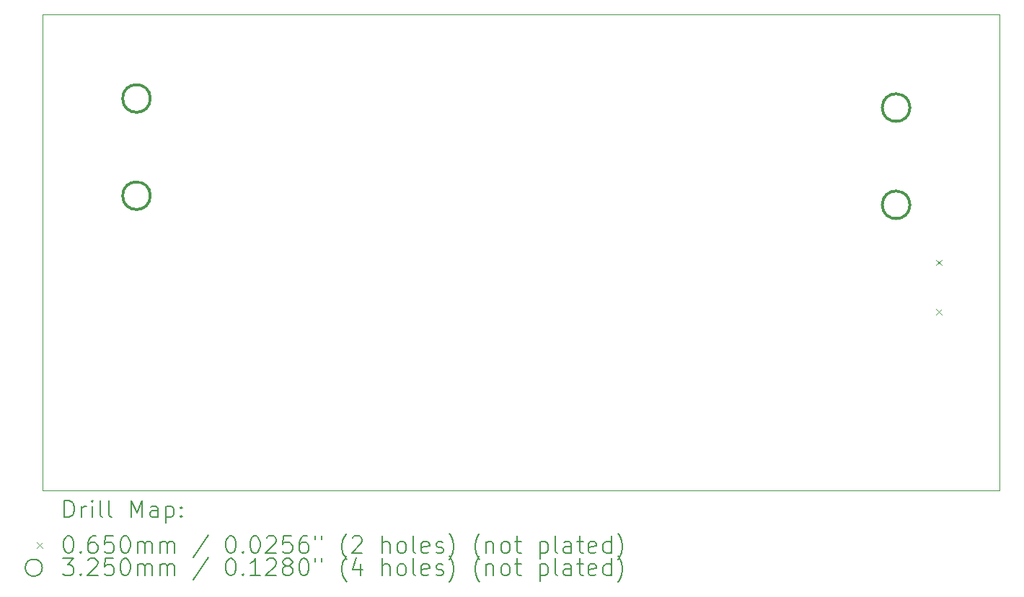
<source format=gbr>
%TF.GenerationSoftware,KiCad,Pcbnew,7.0.11+dfsg-1build4*%
%TF.CreationDate,2024-07-19T16:51:39+02:00*%
%TF.ProjectId,antmicro-poe-to-usbc-pd-adapter,616e746d-6963-4726-9f2d-706f652d746f,rev?*%
%TF.SameCoordinates,Original*%
%TF.FileFunction,Drillmap*%
%TF.FilePolarity,Positive*%
%FSLAX45Y45*%
G04 Gerber Fmt 4.5, Leading zero omitted, Abs format (unit mm)*
G04 Created by KiCad (PCBNEW 7.0.11+dfsg-1build4) date 2024-07-19 16:51:39 commit  9a9195e *
%MOMM*%
%LPD*%
G01*
G04 APERTURE LIST*
%ADD10C,0.050000*%
%ADD11C,0.200000*%
%ADD12C,0.100000*%
%ADD13C,0.325000*%
G04 APERTURE END LIST*
D10*
X12850000Y-12400000D02*
X24090000Y-12400000D01*
X24090000Y-18000000D01*
X12850000Y-18000000D01*
X12850000Y-12400000D01*
D11*
D12*
X23339400Y-15286400D02*
X23404400Y-15351400D01*
X23404400Y-15286400D02*
X23339400Y-15351400D01*
X23339400Y-15864500D02*
X23404400Y-15929500D01*
X23404400Y-15864500D02*
X23339400Y-15929500D01*
D13*
X14115900Y-13390300D02*
G75*
G03*
X13790900Y-13390300I-162500J0D01*
G01*
X13790900Y-13390300D02*
G75*
G03*
X14115900Y-13390300I162500J0D01*
G01*
X14115900Y-14533200D02*
G75*
G03*
X13790900Y-14533200I-162500J0D01*
G01*
X13790900Y-14533200D02*
G75*
G03*
X14115900Y-14533200I162500J0D01*
G01*
X23034500Y-13497500D02*
G75*
G03*
X22709500Y-13497500I-162500J0D01*
G01*
X22709500Y-13497500D02*
G75*
G03*
X23034500Y-13497500I162500J0D01*
G01*
X23034500Y-14640500D02*
G75*
G03*
X22709500Y-14640500I-162500J0D01*
G01*
X22709500Y-14640500D02*
G75*
G03*
X23034500Y-14640500I162500J0D01*
G01*
D11*
X13108277Y-18313984D02*
X13108277Y-18113984D01*
X13108277Y-18113984D02*
X13155896Y-18113984D01*
X13155896Y-18113984D02*
X13184467Y-18123508D01*
X13184467Y-18123508D02*
X13203515Y-18142555D01*
X13203515Y-18142555D02*
X13213039Y-18161603D01*
X13213039Y-18161603D02*
X13222562Y-18199698D01*
X13222562Y-18199698D02*
X13222562Y-18228270D01*
X13222562Y-18228270D02*
X13213039Y-18266365D01*
X13213039Y-18266365D02*
X13203515Y-18285412D01*
X13203515Y-18285412D02*
X13184467Y-18304460D01*
X13184467Y-18304460D02*
X13155896Y-18313984D01*
X13155896Y-18313984D02*
X13108277Y-18313984D01*
X13308277Y-18313984D02*
X13308277Y-18180650D01*
X13308277Y-18218746D02*
X13317801Y-18199698D01*
X13317801Y-18199698D02*
X13327324Y-18190174D01*
X13327324Y-18190174D02*
X13346372Y-18180650D01*
X13346372Y-18180650D02*
X13365420Y-18180650D01*
X13432086Y-18313984D02*
X13432086Y-18180650D01*
X13432086Y-18113984D02*
X13422562Y-18123508D01*
X13422562Y-18123508D02*
X13432086Y-18133031D01*
X13432086Y-18133031D02*
X13441610Y-18123508D01*
X13441610Y-18123508D02*
X13432086Y-18113984D01*
X13432086Y-18113984D02*
X13432086Y-18133031D01*
X13555896Y-18313984D02*
X13536848Y-18304460D01*
X13536848Y-18304460D02*
X13527324Y-18285412D01*
X13527324Y-18285412D02*
X13527324Y-18113984D01*
X13660658Y-18313984D02*
X13641610Y-18304460D01*
X13641610Y-18304460D02*
X13632086Y-18285412D01*
X13632086Y-18285412D02*
X13632086Y-18113984D01*
X13889229Y-18313984D02*
X13889229Y-18113984D01*
X13889229Y-18113984D02*
X13955896Y-18256841D01*
X13955896Y-18256841D02*
X14022562Y-18113984D01*
X14022562Y-18113984D02*
X14022562Y-18313984D01*
X14203515Y-18313984D02*
X14203515Y-18209222D01*
X14203515Y-18209222D02*
X14193991Y-18190174D01*
X14193991Y-18190174D02*
X14174943Y-18180650D01*
X14174943Y-18180650D02*
X14136848Y-18180650D01*
X14136848Y-18180650D02*
X14117801Y-18190174D01*
X14203515Y-18304460D02*
X14184467Y-18313984D01*
X14184467Y-18313984D02*
X14136848Y-18313984D01*
X14136848Y-18313984D02*
X14117801Y-18304460D01*
X14117801Y-18304460D02*
X14108277Y-18285412D01*
X14108277Y-18285412D02*
X14108277Y-18266365D01*
X14108277Y-18266365D02*
X14117801Y-18247317D01*
X14117801Y-18247317D02*
X14136848Y-18237793D01*
X14136848Y-18237793D02*
X14184467Y-18237793D01*
X14184467Y-18237793D02*
X14203515Y-18228270D01*
X14298753Y-18180650D02*
X14298753Y-18380650D01*
X14298753Y-18190174D02*
X14317801Y-18180650D01*
X14317801Y-18180650D02*
X14355896Y-18180650D01*
X14355896Y-18180650D02*
X14374943Y-18190174D01*
X14374943Y-18190174D02*
X14384467Y-18199698D01*
X14384467Y-18199698D02*
X14393991Y-18218746D01*
X14393991Y-18218746D02*
X14393991Y-18275889D01*
X14393991Y-18275889D02*
X14384467Y-18294936D01*
X14384467Y-18294936D02*
X14374943Y-18304460D01*
X14374943Y-18304460D02*
X14355896Y-18313984D01*
X14355896Y-18313984D02*
X14317801Y-18313984D01*
X14317801Y-18313984D02*
X14298753Y-18304460D01*
X14479705Y-18294936D02*
X14489229Y-18304460D01*
X14489229Y-18304460D02*
X14479705Y-18313984D01*
X14479705Y-18313984D02*
X14470182Y-18304460D01*
X14470182Y-18304460D02*
X14479705Y-18294936D01*
X14479705Y-18294936D02*
X14479705Y-18313984D01*
X14479705Y-18190174D02*
X14489229Y-18199698D01*
X14489229Y-18199698D02*
X14479705Y-18209222D01*
X14479705Y-18209222D02*
X14470182Y-18199698D01*
X14470182Y-18199698D02*
X14479705Y-18190174D01*
X14479705Y-18190174D02*
X14479705Y-18209222D01*
D12*
X12782500Y-18610000D02*
X12847500Y-18675000D01*
X12847500Y-18610000D02*
X12782500Y-18675000D01*
D11*
X13146372Y-18533984D02*
X13165420Y-18533984D01*
X13165420Y-18533984D02*
X13184467Y-18543508D01*
X13184467Y-18543508D02*
X13193991Y-18553031D01*
X13193991Y-18553031D02*
X13203515Y-18572079D01*
X13203515Y-18572079D02*
X13213039Y-18610174D01*
X13213039Y-18610174D02*
X13213039Y-18657793D01*
X13213039Y-18657793D02*
X13203515Y-18695889D01*
X13203515Y-18695889D02*
X13193991Y-18714936D01*
X13193991Y-18714936D02*
X13184467Y-18724460D01*
X13184467Y-18724460D02*
X13165420Y-18733984D01*
X13165420Y-18733984D02*
X13146372Y-18733984D01*
X13146372Y-18733984D02*
X13127324Y-18724460D01*
X13127324Y-18724460D02*
X13117801Y-18714936D01*
X13117801Y-18714936D02*
X13108277Y-18695889D01*
X13108277Y-18695889D02*
X13098753Y-18657793D01*
X13098753Y-18657793D02*
X13098753Y-18610174D01*
X13098753Y-18610174D02*
X13108277Y-18572079D01*
X13108277Y-18572079D02*
X13117801Y-18553031D01*
X13117801Y-18553031D02*
X13127324Y-18543508D01*
X13127324Y-18543508D02*
X13146372Y-18533984D01*
X13298753Y-18714936D02*
X13308277Y-18724460D01*
X13308277Y-18724460D02*
X13298753Y-18733984D01*
X13298753Y-18733984D02*
X13289229Y-18724460D01*
X13289229Y-18724460D02*
X13298753Y-18714936D01*
X13298753Y-18714936D02*
X13298753Y-18733984D01*
X13479705Y-18533984D02*
X13441610Y-18533984D01*
X13441610Y-18533984D02*
X13422562Y-18543508D01*
X13422562Y-18543508D02*
X13413039Y-18553031D01*
X13413039Y-18553031D02*
X13393991Y-18581603D01*
X13393991Y-18581603D02*
X13384467Y-18619698D01*
X13384467Y-18619698D02*
X13384467Y-18695889D01*
X13384467Y-18695889D02*
X13393991Y-18714936D01*
X13393991Y-18714936D02*
X13403515Y-18724460D01*
X13403515Y-18724460D02*
X13422562Y-18733984D01*
X13422562Y-18733984D02*
X13460658Y-18733984D01*
X13460658Y-18733984D02*
X13479705Y-18724460D01*
X13479705Y-18724460D02*
X13489229Y-18714936D01*
X13489229Y-18714936D02*
X13498753Y-18695889D01*
X13498753Y-18695889D02*
X13498753Y-18648270D01*
X13498753Y-18648270D02*
X13489229Y-18629222D01*
X13489229Y-18629222D02*
X13479705Y-18619698D01*
X13479705Y-18619698D02*
X13460658Y-18610174D01*
X13460658Y-18610174D02*
X13422562Y-18610174D01*
X13422562Y-18610174D02*
X13403515Y-18619698D01*
X13403515Y-18619698D02*
X13393991Y-18629222D01*
X13393991Y-18629222D02*
X13384467Y-18648270D01*
X13679705Y-18533984D02*
X13584467Y-18533984D01*
X13584467Y-18533984D02*
X13574943Y-18629222D01*
X13574943Y-18629222D02*
X13584467Y-18619698D01*
X13584467Y-18619698D02*
X13603515Y-18610174D01*
X13603515Y-18610174D02*
X13651134Y-18610174D01*
X13651134Y-18610174D02*
X13670182Y-18619698D01*
X13670182Y-18619698D02*
X13679705Y-18629222D01*
X13679705Y-18629222D02*
X13689229Y-18648270D01*
X13689229Y-18648270D02*
X13689229Y-18695889D01*
X13689229Y-18695889D02*
X13679705Y-18714936D01*
X13679705Y-18714936D02*
X13670182Y-18724460D01*
X13670182Y-18724460D02*
X13651134Y-18733984D01*
X13651134Y-18733984D02*
X13603515Y-18733984D01*
X13603515Y-18733984D02*
X13584467Y-18724460D01*
X13584467Y-18724460D02*
X13574943Y-18714936D01*
X13813039Y-18533984D02*
X13832086Y-18533984D01*
X13832086Y-18533984D02*
X13851134Y-18543508D01*
X13851134Y-18543508D02*
X13860658Y-18553031D01*
X13860658Y-18553031D02*
X13870182Y-18572079D01*
X13870182Y-18572079D02*
X13879705Y-18610174D01*
X13879705Y-18610174D02*
X13879705Y-18657793D01*
X13879705Y-18657793D02*
X13870182Y-18695889D01*
X13870182Y-18695889D02*
X13860658Y-18714936D01*
X13860658Y-18714936D02*
X13851134Y-18724460D01*
X13851134Y-18724460D02*
X13832086Y-18733984D01*
X13832086Y-18733984D02*
X13813039Y-18733984D01*
X13813039Y-18733984D02*
X13793991Y-18724460D01*
X13793991Y-18724460D02*
X13784467Y-18714936D01*
X13784467Y-18714936D02*
X13774943Y-18695889D01*
X13774943Y-18695889D02*
X13765420Y-18657793D01*
X13765420Y-18657793D02*
X13765420Y-18610174D01*
X13765420Y-18610174D02*
X13774943Y-18572079D01*
X13774943Y-18572079D02*
X13784467Y-18553031D01*
X13784467Y-18553031D02*
X13793991Y-18543508D01*
X13793991Y-18543508D02*
X13813039Y-18533984D01*
X13965420Y-18733984D02*
X13965420Y-18600650D01*
X13965420Y-18619698D02*
X13974943Y-18610174D01*
X13974943Y-18610174D02*
X13993991Y-18600650D01*
X13993991Y-18600650D02*
X14022563Y-18600650D01*
X14022563Y-18600650D02*
X14041610Y-18610174D01*
X14041610Y-18610174D02*
X14051134Y-18629222D01*
X14051134Y-18629222D02*
X14051134Y-18733984D01*
X14051134Y-18629222D02*
X14060658Y-18610174D01*
X14060658Y-18610174D02*
X14079705Y-18600650D01*
X14079705Y-18600650D02*
X14108277Y-18600650D01*
X14108277Y-18600650D02*
X14127324Y-18610174D01*
X14127324Y-18610174D02*
X14136848Y-18629222D01*
X14136848Y-18629222D02*
X14136848Y-18733984D01*
X14232086Y-18733984D02*
X14232086Y-18600650D01*
X14232086Y-18619698D02*
X14241610Y-18610174D01*
X14241610Y-18610174D02*
X14260658Y-18600650D01*
X14260658Y-18600650D02*
X14289229Y-18600650D01*
X14289229Y-18600650D02*
X14308277Y-18610174D01*
X14308277Y-18610174D02*
X14317801Y-18629222D01*
X14317801Y-18629222D02*
X14317801Y-18733984D01*
X14317801Y-18629222D02*
X14327324Y-18610174D01*
X14327324Y-18610174D02*
X14346372Y-18600650D01*
X14346372Y-18600650D02*
X14374943Y-18600650D01*
X14374943Y-18600650D02*
X14393991Y-18610174D01*
X14393991Y-18610174D02*
X14403515Y-18629222D01*
X14403515Y-18629222D02*
X14403515Y-18733984D01*
X14793991Y-18524460D02*
X14622563Y-18781603D01*
X15051134Y-18533984D02*
X15070182Y-18533984D01*
X15070182Y-18533984D02*
X15089229Y-18543508D01*
X15089229Y-18543508D02*
X15098753Y-18553031D01*
X15098753Y-18553031D02*
X15108277Y-18572079D01*
X15108277Y-18572079D02*
X15117801Y-18610174D01*
X15117801Y-18610174D02*
X15117801Y-18657793D01*
X15117801Y-18657793D02*
X15108277Y-18695889D01*
X15108277Y-18695889D02*
X15098753Y-18714936D01*
X15098753Y-18714936D02*
X15089229Y-18724460D01*
X15089229Y-18724460D02*
X15070182Y-18733984D01*
X15070182Y-18733984D02*
X15051134Y-18733984D01*
X15051134Y-18733984D02*
X15032086Y-18724460D01*
X15032086Y-18724460D02*
X15022563Y-18714936D01*
X15022563Y-18714936D02*
X15013039Y-18695889D01*
X15013039Y-18695889D02*
X15003515Y-18657793D01*
X15003515Y-18657793D02*
X15003515Y-18610174D01*
X15003515Y-18610174D02*
X15013039Y-18572079D01*
X15013039Y-18572079D02*
X15022563Y-18553031D01*
X15022563Y-18553031D02*
X15032086Y-18543508D01*
X15032086Y-18543508D02*
X15051134Y-18533984D01*
X15203515Y-18714936D02*
X15213039Y-18724460D01*
X15213039Y-18724460D02*
X15203515Y-18733984D01*
X15203515Y-18733984D02*
X15193991Y-18724460D01*
X15193991Y-18724460D02*
X15203515Y-18714936D01*
X15203515Y-18714936D02*
X15203515Y-18733984D01*
X15336848Y-18533984D02*
X15355896Y-18533984D01*
X15355896Y-18533984D02*
X15374944Y-18543508D01*
X15374944Y-18543508D02*
X15384467Y-18553031D01*
X15384467Y-18553031D02*
X15393991Y-18572079D01*
X15393991Y-18572079D02*
X15403515Y-18610174D01*
X15403515Y-18610174D02*
X15403515Y-18657793D01*
X15403515Y-18657793D02*
X15393991Y-18695889D01*
X15393991Y-18695889D02*
X15384467Y-18714936D01*
X15384467Y-18714936D02*
X15374944Y-18724460D01*
X15374944Y-18724460D02*
X15355896Y-18733984D01*
X15355896Y-18733984D02*
X15336848Y-18733984D01*
X15336848Y-18733984D02*
X15317801Y-18724460D01*
X15317801Y-18724460D02*
X15308277Y-18714936D01*
X15308277Y-18714936D02*
X15298753Y-18695889D01*
X15298753Y-18695889D02*
X15289229Y-18657793D01*
X15289229Y-18657793D02*
X15289229Y-18610174D01*
X15289229Y-18610174D02*
X15298753Y-18572079D01*
X15298753Y-18572079D02*
X15308277Y-18553031D01*
X15308277Y-18553031D02*
X15317801Y-18543508D01*
X15317801Y-18543508D02*
X15336848Y-18533984D01*
X15479706Y-18553031D02*
X15489229Y-18543508D01*
X15489229Y-18543508D02*
X15508277Y-18533984D01*
X15508277Y-18533984D02*
X15555896Y-18533984D01*
X15555896Y-18533984D02*
X15574944Y-18543508D01*
X15574944Y-18543508D02*
X15584467Y-18553031D01*
X15584467Y-18553031D02*
X15593991Y-18572079D01*
X15593991Y-18572079D02*
X15593991Y-18591127D01*
X15593991Y-18591127D02*
X15584467Y-18619698D01*
X15584467Y-18619698D02*
X15470182Y-18733984D01*
X15470182Y-18733984D02*
X15593991Y-18733984D01*
X15774944Y-18533984D02*
X15679706Y-18533984D01*
X15679706Y-18533984D02*
X15670182Y-18629222D01*
X15670182Y-18629222D02*
X15679706Y-18619698D01*
X15679706Y-18619698D02*
X15698753Y-18610174D01*
X15698753Y-18610174D02*
X15746372Y-18610174D01*
X15746372Y-18610174D02*
X15765420Y-18619698D01*
X15765420Y-18619698D02*
X15774944Y-18629222D01*
X15774944Y-18629222D02*
X15784467Y-18648270D01*
X15784467Y-18648270D02*
X15784467Y-18695889D01*
X15784467Y-18695889D02*
X15774944Y-18714936D01*
X15774944Y-18714936D02*
X15765420Y-18724460D01*
X15765420Y-18724460D02*
X15746372Y-18733984D01*
X15746372Y-18733984D02*
X15698753Y-18733984D01*
X15698753Y-18733984D02*
X15679706Y-18724460D01*
X15679706Y-18724460D02*
X15670182Y-18714936D01*
X15955896Y-18533984D02*
X15917801Y-18533984D01*
X15917801Y-18533984D02*
X15898753Y-18543508D01*
X15898753Y-18543508D02*
X15889229Y-18553031D01*
X15889229Y-18553031D02*
X15870182Y-18581603D01*
X15870182Y-18581603D02*
X15860658Y-18619698D01*
X15860658Y-18619698D02*
X15860658Y-18695889D01*
X15860658Y-18695889D02*
X15870182Y-18714936D01*
X15870182Y-18714936D02*
X15879706Y-18724460D01*
X15879706Y-18724460D02*
X15898753Y-18733984D01*
X15898753Y-18733984D02*
X15936848Y-18733984D01*
X15936848Y-18733984D02*
X15955896Y-18724460D01*
X15955896Y-18724460D02*
X15965420Y-18714936D01*
X15965420Y-18714936D02*
X15974944Y-18695889D01*
X15974944Y-18695889D02*
X15974944Y-18648270D01*
X15974944Y-18648270D02*
X15965420Y-18629222D01*
X15965420Y-18629222D02*
X15955896Y-18619698D01*
X15955896Y-18619698D02*
X15936848Y-18610174D01*
X15936848Y-18610174D02*
X15898753Y-18610174D01*
X15898753Y-18610174D02*
X15879706Y-18619698D01*
X15879706Y-18619698D02*
X15870182Y-18629222D01*
X15870182Y-18629222D02*
X15860658Y-18648270D01*
X16051134Y-18533984D02*
X16051134Y-18572079D01*
X16127325Y-18533984D02*
X16127325Y-18572079D01*
X16422563Y-18810174D02*
X16413039Y-18800650D01*
X16413039Y-18800650D02*
X16393991Y-18772079D01*
X16393991Y-18772079D02*
X16384468Y-18753031D01*
X16384468Y-18753031D02*
X16374944Y-18724460D01*
X16374944Y-18724460D02*
X16365420Y-18676841D01*
X16365420Y-18676841D02*
X16365420Y-18638746D01*
X16365420Y-18638746D02*
X16374944Y-18591127D01*
X16374944Y-18591127D02*
X16384468Y-18562555D01*
X16384468Y-18562555D02*
X16393991Y-18543508D01*
X16393991Y-18543508D02*
X16413039Y-18514936D01*
X16413039Y-18514936D02*
X16422563Y-18505412D01*
X16489229Y-18553031D02*
X16498753Y-18543508D01*
X16498753Y-18543508D02*
X16517801Y-18533984D01*
X16517801Y-18533984D02*
X16565420Y-18533984D01*
X16565420Y-18533984D02*
X16584468Y-18543508D01*
X16584468Y-18543508D02*
X16593991Y-18553031D01*
X16593991Y-18553031D02*
X16603515Y-18572079D01*
X16603515Y-18572079D02*
X16603515Y-18591127D01*
X16603515Y-18591127D02*
X16593991Y-18619698D01*
X16593991Y-18619698D02*
X16479706Y-18733984D01*
X16479706Y-18733984D02*
X16603515Y-18733984D01*
X16841611Y-18733984D02*
X16841611Y-18533984D01*
X16927325Y-18733984D02*
X16927325Y-18629222D01*
X16927325Y-18629222D02*
X16917801Y-18610174D01*
X16917801Y-18610174D02*
X16898753Y-18600650D01*
X16898753Y-18600650D02*
X16870182Y-18600650D01*
X16870182Y-18600650D02*
X16851134Y-18610174D01*
X16851134Y-18610174D02*
X16841611Y-18619698D01*
X17051134Y-18733984D02*
X17032087Y-18724460D01*
X17032087Y-18724460D02*
X17022563Y-18714936D01*
X17022563Y-18714936D02*
X17013039Y-18695889D01*
X17013039Y-18695889D02*
X17013039Y-18638746D01*
X17013039Y-18638746D02*
X17022563Y-18619698D01*
X17022563Y-18619698D02*
X17032087Y-18610174D01*
X17032087Y-18610174D02*
X17051134Y-18600650D01*
X17051134Y-18600650D02*
X17079706Y-18600650D01*
X17079706Y-18600650D02*
X17098753Y-18610174D01*
X17098753Y-18610174D02*
X17108277Y-18619698D01*
X17108277Y-18619698D02*
X17117801Y-18638746D01*
X17117801Y-18638746D02*
X17117801Y-18695889D01*
X17117801Y-18695889D02*
X17108277Y-18714936D01*
X17108277Y-18714936D02*
X17098753Y-18724460D01*
X17098753Y-18724460D02*
X17079706Y-18733984D01*
X17079706Y-18733984D02*
X17051134Y-18733984D01*
X17232087Y-18733984D02*
X17213039Y-18724460D01*
X17213039Y-18724460D02*
X17203515Y-18705412D01*
X17203515Y-18705412D02*
X17203515Y-18533984D01*
X17384468Y-18724460D02*
X17365420Y-18733984D01*
X17365420Y-18733984D02*
X17327325Y-18733984D01*
X17327325Y-18733984D02*
X17308277Y-18724460D01*
X17308277Y-18724460D02*
X17298753Y-18705412D01*
X17298753Y-18705412D02*
X17298753Y-18629222D01*
X17298753Y-18629222D02*
X17308277Y-18610174D01*
X17308277Y-18610174D02*
X17327325Y-18600650D01*
X17327325Y-18600650D02*
X17365420Y-18600650D01*
X17365420Y-18600650D02*
X17384468Y-18610174D01*
X17384468Y-18610174D02*
X17393992Y-18629222D01*
X17393992Y-18629222D02*
X17393992Y-18648270D01*
X17393992Y-18648270D02*
X17298753Y-18667317D01*
X17470182Y-18724460D02*
X17489230Y-18733984D01*
X17489230Y-18733984D02*
X17527325Y-18733984D01*
X17527325Y-18733984D02*
X17546373Y-18724460D01*
X17546373Y-18724460D02*
X17555896Y-18705412D01*
X17555896Y-18705412D02*
X17555896Y-18695889D01*
X17555896Y-18695889D02*
X17546373Y-18676841D01*
X17546373Y-18676841D02*
X17527325Y-18667317D01*
X17527325Y-18667317D02*
X17498753Y-18667317D01*
X17498753Y-18667317D02*
X17479706Y-18657793D01*
X17479706Y-18657793D02*
X17470182Y-18638746D01*
X17470182Y-18638746D02*
X17470182Y-18629222D01*
X17470182Y-18629222D02*
X17479706Y-18610174D01*
X17479706Y-18610174D02*
X17498753Y-18600650D01*
X17498753Y-18600650D02*
X17527325Y-18600650D01*
X17527325Y-18600650D02*
X17546373Y-18610174D01*
X17622563Y-18810174D02*
X17632087Y-18800650D01*
X17632087Y-18800650D02*
X17651134Y-18772079D01*
X17651134Y-18772079D02*
X17660658Y-18753031D01*
X17660658Y-18753031D02*
X17670182Y-18724460D01*
X17670182Y-18724460D02*
X17679706Y-18676841D01*
X17679706Y-18676841D02*
X17679706Y-18638746D01*
X17679706Y-18638746D02*
X17670182Y-18591127D01*
X17670182Y-18591127D02*
X17660658Y-18562555D01*
X17660658Y-18562555D02*
X17651134Y-18543508D01*
X17651134Y-18543508D02*
X17632087Y-18514936D01*
X17632087Y-18514936D02*
X17622563Y-18505412D01*
X17984468Y-18810174D02*
X17974944Y-18800650D01*
X17974944Y-18800650D02*
X17955896Y-18772079D01*
X17955896Y-18772079D02*
X17946373Y-18753031D01*
X17946373Y-18753031D02*
X17936849Y-18724460D01*
X17936849Y-18724460D02*
X17927325Y-18676841D01*
X17927325Y-18676841D02*
X17927325Y-18638746D01*
X17927325Y-18638746D02*
X17936849Y-18591127D01*
X17936849Y-18591127D02*
X17946373Y-18562555D01*
X17946373Y-18562555D02*
X17955896Y-18543508D01*
X17955896Y-18543508D02*
X17974944Y-18514936D01*
X17974944Y-18514936D02*
X17984468Y-18505412D01*
X18060658Y-18600650D02*
X18060658Y-18733984D01*
X18060658Y-18619698D02*
X18070182Y-18610174D01*
X18070182Y-18610174D02*
X18089230Y-18600650D01*
X18089230Y-18600650D02*
X18117801Y-18600650D01*
X18117801Y-18600650D02*
X18136849Y-18610174D01*
X18136849Y-18610174D02*
X18146373Y-18629222D01*
X18146373Y-18629222D02*
X18146373Y-18733984D01*
X18270182Y-18733984D02*
X18251134Y-18724460D01*
X18251134Y-18724460D02*
X18241611Y-18714936D01*
X18241611Y-18714936D02*
X18232087Y-18695889D01*
X18232087Y-18695889D02*
X18232087Y-18638746D01*
X18232087Y-18638746D02*
X18241611Y-18619698D01*
X18241611Y-18619698D02*
X18251134Y-18610174D01*
X18251134Y-18610174D02*
X18270182Y-18600650D01*
X18270182Y-18600650D02*
X18298754Y-18600650D01*
X18298754Y-18600650D02*
X18317801Y-18610174D01*
X18317801Y-18610174D02*
X18327325Y-18619698D01*
X18327325Y-18619698D02*
X18336849Y-18638746D01*
X18336849Y-18638746D02*
X18336849Y-18695889D01*
X18336849Y-18695889D02*
X18327325Y-18714936D01*
X18327325Y-18714936D02*
X18317801Y-18724460D01*
X18317801Y-18724460D02*
X18298754Y-18733984D01*
X18298754Y-18733984D02*
X18270182Y-18733984D01*
X18393992Y-18600650D02*
X18470182Y-18600650D01*
X18422563Y-18533984D02*
X18422563Y-18705412D01*
X18422563Y-18705412D02*
X18432087Y-18724460D01*
X18432087Y-18724460D02*
X18451134Y-18733984D01*
X18451134Y-18733984D02*
X18470182Y-18733984D01*
X18689230Y-18600650D02*
X18689230Y-18800650D01*
X18689230Y-18610174D02*
X18708277Y-18600650D01*
X18708277Y-18600650D02*
X18746373Y-18600650D01*
X18746373Y-18600650D02*
X18765420Y-18610174D01*
X18765420Y-18610174D02*
X18774944Y-18619698D01*
X18774944Y-18619698D02*
X18784468Y-18638746D01*
X18784468Y-18638746D02*
X18784468Y-18695889D01*
X18784468Y-18695889D02*
X18774944Y-18714936D01*
X18774944Y-18714936D02*
X18765420Y-18724460D01*
X18765420Y-18724460D02*
X18746373Y-18733984D01*
X18746373Y-18733984D02*
X18708277Y-18733984D01*
X18708277Y-18733984D02*
X18689230Y-18724460D01*
X18898754Y-18733984D02*
X18879706Y-18724460D01*
X18879706Y-18724460D02*
X18870182Y-18705412D01*
X18870182Y-18705412D02*
X18870182Y-18533984D01*
X19060658Y-18733984D02*
X19060658Y-18629222D01*
X19060658Y-18629222D02*
X19051135Y-18610174D01*
X19051135Y-18610174D02*
X19032087Y-18600650D01*
X19032087Y-18600650D02*
X18993992Y-18600650D01*
X18993992Y-18600650D02*
X18974944Y-18610174D01*
X19060658Y-18724460D02*
X19041611Y-18733984D01*
X19041611Y-18733984D02*
X18993992Y-18733984D01*
X18993992Y-18733984D02*
X18974944Y-18724460D01*
X18974944Y-18724460D02*
X18965420Y-18705412D01*
X18965420Y-18705412D02*
X18965420Y-18686365D01*
X18965420Y-18686365D02*
X18974944Y-18667317D01*
X18974944Y-18667317D02*
X18993992Y-18657793D01*
X18993992Y-18657793D02*
X19041611Y-18657793D01*
X19041611Y-18657793D02*
X19060658Y-18648270D01*
X19127325Y-18600650D02*
X19203515Y-18600650D01*
X19155896Y-18533984D02*
X19155896Y-18705412D01*
X19155896Y-18705412D02*
X19165420Y-18724460D01*
X19165420Y-18724460D02*
X19184468Y-18733984D01*
X19184468Y-18733984D02*
X19203515Y-18733984D01*
X19346373Y-18724460D02*
X19327325Y-18733984D01*
X19327325Y-18733984D02*
X19289230Y-18733984D01*
X19289230Y-18733984D02*
X19270182Y-18724460D01*
X19270182Y-18724460D02*
X19260658Y-18705412D01*
X19260658Y-18705412D02*
X19260658Y-18629222D01*
X19260658Y-18629222D02*
X19270182Y-18610174D01*
X19270182Y-18610174D02*
X19289230Y-18600650D01*
X19289230Y-18600650D02*
X19327325Y-18600650D01*
X19327325Y-18600650D02*
X19346373Y-18610174D01*
X19346373Y-18610174D02*
X19355896Y-18629222D01*
X19355896Y-18629222D02*
X19355896Y-18648270D01*
X19355896Y-18648270D02*
X19260658Y-18667317D01*
X19527325Y-18733984D02*
X19527325Y-18533984D01*
X19527325Y-18724460D02*
X19508277Y-18733984D01*
X19508277Y-18733984D02*
X19470182Y-18733984D01*
X19470182Y-18733984D02*
X19451135Y-18724460D01*
X19451135Y-18724460D02*
X19441611Y-18714936D01*
X19441611Y-18714936D02*
X19432087Y-18695889D01*
X19432087Y-18695889D02*
X19432087Y-18638746D01*
X19432087Y-18638746D02*
X19441611Y-18619698D01*
X19441611Y-18619698D02*
X19451135Y-18610174D01*
X19451135Y-18610174D02*
X19470182Y-18600650D01*
X19470182Y-18600650D02*
X19508277Y-18600650D01*
X19508277Y-18600650D02*
X19527325Y-18610174D01*
X19603516Y-18810174D02*
X19613039Y-18800650D01*
X19613039Y-18800650D02*
X19632087Y-18772079D01*
X19632087Y-18772079D02*
X19641611Y-18753031D01*
X19641611Y-18753031D02*
X19651135Y-18724460D01*
X19651135Y-18724460D02*
X19660658Y-18676841D01*
X19660658Y-18676841D02*
X19660658Y-18638746D01*
X19660658Y-18638746D02*
X19651135Y-18591127D01*
X19651135Y-18591127D02*
X19641611Y-18562555D01*
X19641611Y-18562555D02*
X19632087Y-18543508D01*
X19632087Y-18543508D02*
X19613039Y-18514936D01*
X19613039Y-18514936D02*
X19603516Y-18505412D01*
X12847500Y-18906500D02*
G75*
G03*
X12647500Y-18906500I-100000J0D01*
G01*
X12647500Y-18906500D02*
G75*
G03*
X12847500Y-18906500I100000J0D01*
G01*
X13089229Y-18797984D02*
X13213039Y-18797984D01*
X13213039Y-18797984D02*
X13146372Y-18874174D01*
X13146372Y-18874174D02*
X13174943Y-18874174D01*
X13174943Y-18874174D02*
X13193991Y-18883698D01*
X13193991Y-18883698D02*
X13203515Y-18893222D01*
X13203515Y-18893222D02*
X13213039Y-18912270D01*
X13213039Y-18912270D02*
X13213039Y-18959889D01*
X13213039Y-18959889D02*
X13203515Y-18978936D01*
X13203515Y-18978936D02*
X13193991Y-18988460D01*
X13193991Y-18988460D02*
X13174943Y-18997984D01*
X13174943Y-18997984D02*
X13117801Y-18997984D01*
X13117801Y-18997984D02*
X13098753Y-18988460D01*
X13098753Y-18988460D02*
X13089229Y-18978936D01*
X13298753Y-18978936D02*
X13308277Y-18988460D01*
X13308277Y-18988460D02*
X13298753Y-18997984D01*
X13298753Y-18997984D02*
X13289229Y-18988460D01*
X13289229Y-18988460D02*
X13298753Y-18978936D01*
X13298753Y-18978936D02*
X13298753Y-18997984D01*
X13384467Y-18817031D02*
X13393991Y-18807508D01*
X13393991Y-18807508D02*
X13413039Y-18797984D01*
X13413039Y-18797984D02*
X13460658Y-18797984D01*
X13460658Y-18797984D02*
X13479705Y-18807508D01*
X13479705Y-18807508D02*
X13489229Y-18817031D01*
X13489229Y-18817031D02*
X13498753Y-18836079D01*
X13498753Y-18836079D02*
X13498753Y-18855127D01*
X13498753Y-18855127D02*
X13489229Y-18883698D01*
X13489229Y-18883698D02*
X13374943Y-18997984D01*
X13374943Y-18997984D02*
X13498753Y-18997984D01*
X13679705Y-18797984D02*
X13584467Y-18797984D01*
X13584467Y-18797984D02*
X13574943Y-18893222D01*
X13574943Y-18893222D02*
X13584467Y-18883698D01*
X13584467Y-18883698D02*
X13603515Y-18874174D01*
X13603515Y-18874174D02*
X13651134Y-18874174D01*
X13651134Y-18874174D02*
X13670182Y-18883698D01*
X13670182Y-18883698D02*
X13679705Y-18893222D01*
X13679705Y-18893222D02*
X13689229Y-18912270D01*
X13689229Y-18912270D02*
X13689229Y-18959889D01*
X13689229Y-18959889D02*
X13679705Y-18978936D01*
X13679705Y-18978936D02*
X13670182Y-18988460D01*
X13670182Y-18988460D02*
X13651134Y-18997984D01*
X13651134Y-18997984D02*
X13603515Y-18997984D01*
X13603515Y-18997984D02*
X13584467Y-18988460D01*
X13584467Y-18988460D02*
X13574943Y-18978936D01*
X13813039Y-18797984D02*
X13832086Y-18797984D01*
X13832086Y-18797984D02*
X13851134Y-18807508D01*
X13851134Y-18807508D02*
X13860658Y-18817031D01*
X13860658Y-18817031D02*
X13870182Y-18836079D01*
X13870182Y-18836079D02*
X13879705Y-18874174D01*
X13879705Y-18874174D02*
X13879705Y-18921793D01*
X13879705Y-18921793D02*
X13870182Y-18959889D01*
X13870182Y-18959889D02*
X13860658Y-18978936D01*
X13860658Y-18978936D02*
X13851134Y-18988460D01*
X13851134Y-18988460D02*
X13832086Y-18997984D01*
X13832086Y-18997984D02*
X13813039Y-18997984D01*
X13813039Y-18997984D02*
X13793991Y-18988460D01*
X13793991Y-18988460D02*
X13784467Y-18978936D01*
X13784467Y-18978936D02*
X13774943Y-18959889D01*
X13774943Y-18959889D02*
X13765420Y-18921793D01*
X13765420Y-18921793D02*
X13765420Y-18874174D01*
X13765420Y-18874174D02*
X13774943Y-18836079D01*
X13774943Y-18836079D02*
X13784467Y-18817031D01*
X13784467Y-18817031D02*
X13793991Y-18807508D01*
X13793991Y-18807508D02*
X13813039Y-18797984D01*
X13965420Y-18997984D02*
X13965420Y-18864650D01*
X13965420Y-18883698D02*
X13974943Y-18874174D01*
X13974943Y-18874174D02*
X13993991Y-18864650D01*
X13993991Y-18864650D02*
X14022563Y-18864650D01*
X14022563Y-18864650D02*
X14041610Y-18874174D01*
X14041610Y-18874174D02*
X14051134Y-18893222D01*
X14051134Y-18893222D02*
X14051134Y-18997984D01*
X14051134Y-18893222D02*
X14060658Y-18874174D01*
X14060658Y-18874174D02*
X14079705Y-18864650D01*
X14079705Y-18864650D02*
X14108277Y-18864650D01*
X14108277Y-18864650D02*
X14127324Y-18874174D01*
X14127324Y-18874174D02*
X14136848Y-18893222D01*
X14136848Y-18893222D02*
X14136848Y-18997984D01*
X14232086Y-18997984D02*
X14232086Y-18864650D01*
X14232086Y-18883698D02*
X14241610Y-18874174D01*
X14241610Y-18874174D02*
X14260658Y-18864650D01*
X14260658Y-18864650D02*
X14289229Y-18864650D01*
X14289229Y-18864650D02*
X14308277Y-18874174D01*
X14308277Y-18874174D02*
X14317801Y-18893222D01*
X14317801Y-18893222D02*
X14317801Y-18997984D01*
X14317801Y-18893222D02*
X14327324Y-18874174D01*
X14327324Y-18874174D02*
X14346372Y-18864650D01*
X14346372Y-18864650D02*
X14374943Y-18864650D01*
X14374943Y-18864650D02*
X14393991Y-18874174D01*
X14393991Y-18874174D02*
X14403515Y-18893222D01*
X14403515Y-18893222D02*
X14403515Y-18997984D01*
X14793991Y-18788460D02*
X14622563Y-19045603D01*
X15051134Y-18797984D02*
X15070182Y-18797984D01*
X15070182Y-18797984D02*
X15089229Y-18807508D01*
X15089229Y-18807508D02*
X15098753Y-18817031D01*
X15098753Y-18817031D02*
X15108277Y-18836079D01*
X15108277Y-18836079D02*
X15117801Y-18874174D01*
X15117801Y-18874174D02*
X15117801Y-18921793D01*
X15117801Y-18921793D02*
X15108277Y-18959889D01*
X15108277Y-18959889D02*
X15098753Y-18978936D01*
X15098753Y-18978936D02*
X15089229Y-18988460D01*
X15089229Y-18988460D02*
X15070182Y-18997984D01*
X15070182Y-18997984D02*
X15051134Y-18997984D01*
X15051134Y-18997984D02*
X15032086Y-18988460D01*
X15032086Y-18988460D02*
X15022563Y-18978936D01*
X15022563Y-18978936D02*
X15013039Y-18959889D01*
X15013039Y-18959889D02*
X15003515Y-18921793D01*
X15003515Y-18921793D02*
X15003515Y-18874174D01*
X15003515Y-18874174D02*
X15013039Y-18836079D01*
X15013039Y-18836079D02*
X15022563Y-18817031D01*
X15022563Y-18817031D02*
X15032086Y-18807508D01*
X15032086Y-18807508D02*
X15051134Y-18797984D01*
X15203515Y-18978936D02*
X15213039Y-18988460D01*
X15213039Y-18988460D02*
X15203515Y-18997984D01*
X15203515Y-18997984D02*
X15193991Y-18988460D01*
X15193991Y-18988460D02*
X15203515Y-18978936D01*
X15203515Y-18978936D02*
X15203515Y-18997984D01*
X15403515Y-18997984D02*
X15289229Y-18997984D01*
X15346372Y-18997984D02*
X15346372Y-18797984D01*
X15346372Y-18797984D02*
X15327325Y-18826555D01*
X15327325Y-18826555D02*
X15308277Y-18845603D01*
X15308277Y-18845603D02*
X15289229Y-18855127D01*
X15479706Y-18817031D02*
X15489229Y-18807508D01*
X15489229Y-18807508D02*
X15508277Y-18797984D01*
X15508277Y-18797984D02*
X15555896Y-18797984D01*
X15555896Y-18797984D02*
X15574944Y-18807508D01*
X15574944Y-18807508D02*
X15584467Y-18817031D01*
X15584467Y-18817031D02*
X15593991Y-18836079D01*
X15593991Y-18836079D02*
X15593991Y-18855127D01*
X15593991Y-18855127D02*
X15584467Y-18883698D01*
X15584467Y-18883698D02*
X15470182Y-18997984D01*
X15470182Y-18997984D02*
X15593991Y-18997984D01*
X15708277Y-18883698D02*
X15689229Y-18874174D01*
X15689229Y-18874174D02*
X15679706Y-18864650D01*
X15679706Y-18864650D02*
X15670182Y-18845603D01*
X15670182Y-18845603D02*
X15670182Y-18836079D01*
X15670182Y-18836079D02*
X15679706Y-18817031D01*
X15679706Y-18817031D02*
X15689229Y-18807508D01*
X15689229Y-18807508D02*
X15708277Y-18797984D01*
X15708277Y-18797984D02*
X15746372Y-18797984D01*
X15746372Y-18797984D02*
X15765420Y-18807508D01*
X15765420Y-18807508D02*
X15774944Y-18817031D01*
X15774944Y-18817031D02*
X15784467Y-18836079D01*
X15784467Y-18836079D02*
X15784467Y-18845603D01*
X15784467Y-18845603D02*
X15774944Y-18864650D01*
X15774944Y-18864650D02*
X15765420Y-18874174D01*
X15765420Y-18874174D02*
X15746372Y-18883698D01*
X15746372Y-18883698D02*
X15708277Y-18883698D01*
X15708277Y-18883698D02*
X15689229Y-18893222D01*
X15689229Y-18893222D02*
X15679706Y-18902746D01*
X15679706Y-18902746D02*
X15670182Y-18921793D01*
X15670182Y-18921793D02*
X15670182Y-18959889D01*
X15670182Y-18959889D02*
X15679706Y-18978936D01*
X15679706Y-18978936D02*
X15689229Y-18988460D01*
X15689229Y-18988460D02*
X15708277Y-18997984D01*
X15708277Y-18997984D02*
X15746372Y-18997984D01*
X15746372Y-18997984D02*
X15765420Y-18988460D01*
X15765420Y-18988460D02*
X15774944Y-18978936D01*
X15774944Y-18978936D02*
X15784467Y-18959889D01*
X15784467Y-18959889D02*
X15784467Y-18921793D01*
X15784467Y-18921793D02*
X15774944Y-18902746D01*
X15774944Y-18902746D02*
X15765420Y-18893222D01*
X15765420Y-18893222D02*
X15746372Y-18883698D01*
X15908277Y-18797984D02*
X15927325Y-18797984D01*
X15927325Y-18797984D02*
X15946372Y-18807508D01*
X15946372Y-18807508D02*
X15955896Y-18817031D01*
X15955896Y-18817031D02*
X15965420Y-18836079D01*
X15965420Y-18836079D02*
X15974944Y-18874174D01*
X15974944Y-18874174D02*
X15974944Y-18921793D01*
X15974944Y-18921793D02*
X15965420Y-18959889D01*
X15965420Y-18959889D02*
X15955896Y-18978936D01*
X15955896Y-18978936D02*
X15946372Y-18988460D01*
X15946372Y-18988460D02*
X15927325Y-18997984D01*
X15927325Y-18997984D02*
X15908277Y-18997984D01*
X15908277Y-18997984D02*
X15889229Y-18988460D01*
X15889229Y-18988460D02*
X15879706Y-18978936D01*
X15879706Y-18978936D02*
X15870182Y-18959889D01*
X15870182Y-18959889D02*
X15860658Y-18921793D01*
X15860658Y-18921793D02*
X15860658Y-18874174D01*
X15860658Y-18874174D02*
X15870182Y-18836079D01*
X15870182Y-18836079D02*
X15879706Y-18817031D01*
X15879706Y-18817031D02*
X15889229Y-18807508D01*
X15889229Y-18807508D02*
X15908277Y-18797984D01*
X16051134Y-18797984D02*
X16051134Y-18836079D01*
X16127325Y-18797984D02*
X16127325Y-18836079D01*
X16422563Y-19074174D02*
X16413039Y-19064650D01*
X16413039Y-19064650D02*
X16393991Y-19036079D01*
X16393991Y-19036079D02*
X16384468Y-19017031D01*
X16384468Y-19017031D02*
X16374944Y-18988460D01*
X16374944Y-18988460D02*
X16365420Y-18940841D01*
X16365420Y-18940841D02*
X16365420Y-18902746D01*
X16365420Y-18902746D02*
X16374944Y-18855127D01*
X16374944Y-18855127D02*
X16384468Y-18826555D01*
X16384468Y-18826555D02*
X16393991Y-18807508D01*
X16393991Y-18807508D02*
X16413039Y-18778936D01*
X16413039Y-18778936D02*
X16422563Y-18769412D01*
X16584468Y-18864650D02*
X16584468Y-18997984D01*
X16536848Y-18788460D02*
X16489229Y-18931317D01*
X16489229Y-18931317D02*
X16613039Y-18931317D01*
X16841611Y-18997984D02*
X16841611Y-18797984D01*
X16927325Y-18997984D02*
X16927325Y-18893222D01*
X16927325Y-18893222D02*
X16917801Y-18874174D01*
X16917801Y-18874174D02*
X16898753Y-18864650D01*
X16898753Y-18864650D02*
X16870182Y-18864650D01*
X16870182Y-18864650D02*
X16851134Y-18874174D01*
X16851134Y-18874174D02*
X16841611Y-18883698D01*
X17051134Y-18997984D02*
X17032087Y-18988460D01*
X17032087Y-18988460D02*
X17022563Y-18978936D01*
X17022563Y-18978936D02*
X17013039Y-18959889D01*
X17013039Y-18959889D02*
X17013039Y-18902746D01*
X17013039Y-18902746D02*
X17022563Y-18883698D01*
X17022563Y-18883698D02*
X17032087Y-18874174D01*
X17032087Y-18874174D02*
X17051134Y-18864650D01*
X17051134Y-18864650D02*
X17079706Y-18864650D01*
X17079706Y-18864650D02*
X17098753Y-18874174D01*
X17098753Y-18874174D02*
X17108277Y-18883698D01*
X17108277Y-18883698D02*
X17117801Y-18902746D01*
X17117801Y-18902746D02*
X17117801Y-18959889D01*
X17117801Y-18959889D02*
X17108277Y-18978936D01*
X17108277Y-18978936D02*
X17098753Y-18988460D01*
X17098753Y-18988460D02*
X17079706Y-18997984D01*
X17079706Y-18997984D02*
X17051134Y-18997984D01*
X17232087Y-18997984D02*
X17213039Y-18988460D01*
X17213039Y-18988460D02*
X17203515Y-18969412D01*
X17203515Y-18969412D02*
X17203515Y-18797984D01*
X17384468Y-18988460D02*
X17365420Y-18997984D01*
X17365420Y-18997984D02*
X17327325Y-18997984D01*
X17327325Y-18997984D02*
X17308277Y-18988460D01*
X17308277Y-18988460D02*
X17298753Y-18969412D01*
X17298753Y-18969412D02*
X17298753Y-18893222D01*
X17298753Y-18893222D02*
X17308277Y-18874174D01*
X17308277Y-18874174D02*
X17327325Y-18864650D01*
X17327325Y-18864650D02*
X17365420Y-18864650D01*
X17365420Y-18864650D02*
X17384468Y-18874174D01*
X17384468Y-18874174D02*
X17393992Y-18893222D01*
X17393992Y-18893222D02*
X17393992Y-18912270D01*
X17393992Y-18912270D02*
X17298753Y-18931317D01*
X17470182Y-18988460D02*
X17489230Y-18997984D01*
X17489230Y-18997984D02*
X17527325Y-18997984D01*
X17527325Y-18997984D02*
X17546373Y-18988460D01*
X17546373Y-18988460D02*
X17555896Y-18969412D01*
X17555896Y-18969412D02*
X17555896Y-18959889D01*
X17555896Y-18959889D02*
X17546373Y-18940841D01*
X17546373Y-18940841D02*
X17527325Y-18931317D01*
X17527325Y-18931317D02*
X17498753Y-18931317D01*
X17498753Y-18931317D02*
X17479706Y-18921793D01*
X17479706Y-18921793D02*
X17470182Y-18902746D01*
X17470182Y-18902746D02*
X17470182Y-18893222D01*
X17470182Y-18893222D02*
X17479706Y-18874174D01*
X17479706Y-18874174D02*
X17498753Y-18864650D01*
X17498753Y-18864650D02*
X17527325Y-18864650D01*
X17527325Y-18864650D02*
X17546373Y-18874174D01*
X17622563Y-19074174D02*
X17632087Y-19064650D01*
X17632087Y-19064650D02*
X17651134Y-19036079D01*
X17651134Y-19036079D02*
X17660658Y-19017031D01*
X17660658Y-19017031D02*
X17670182Y-18988460D01*
X17670182Y-18988460D02*
X17679706Y-18940841D01*
X17679706Y-18940841D02*
X17679706Y-18902746D01*
X17679706Y-18902746D02*
X17670182Y-18855127D01*
X17670182Y-18855127D02*
X17660658Y-18826555D01*
X17660658Y-18826555D02*
X17651134Y-18807508D01*
X17651134Y-18807508D02*
X17632087Y-18778936D01*
X17632087Y-18778936D02*
X17622563Y-18769412D01*
X17984468Y-19074174D02*
X17974944Y-19064650D01*
X17974944Y-19064650D02*
X17955896Y-19036079D01*
X17955896Y-19036079D02*
X17946373Y-19017031D01*
X17946373Y-19017031D02*
X17936849Y-18988460D01*
X17936849Y-18988460D02*
X17927325Y-18940841D01*
X17927325Y-18940841D02*
X17927325Y-18902746D01*
X17927325Y-18902746D02*
X17936849Y-18855127D01*
X17936849Y-18855127D02*
X17946373Y-18826555D01*
X17946373Y-18826555D02*
X17955896Y-18807508D01*
X17955896Y-18807508D02*
X17974944Y-18778936D01*
X17974944Y-18778936D02*
X17984468Y-18769412D01*
X18060658Y-18864650D02*
X18060658Y-18997984D01*
X18060658Y-18883698D02*
X18070182Y-18874174D01*
X18070182Y-18874174D02*
X18089230Y-18864650D01*
X18089230Y-18864650D02*
X18117801Y-18864650D01*
X18117801Y-18864650D02*
X18136849Y-18874174D01*
X18136849Y-18874174D02*
X18146373Y-18893222D01*
X18146373Y-18893222D02*
X18146373Y-18997984D01*
X18270182Y-18997984D02*
X18251134Y-18988460D01*
X18251134Y-18988460D02*
X18241611Y-18978936D01*
X18241611Y-18978936D02*
X18232087Y-18959889D01*
X18232087Y-18959889D02*
X18232087Y-18902746D01*
X18232087Y-18902746D02*
X18241611Y-18883698D01*
X18241611Y-18883698D02*
X18251134Y-18874174D01*
X18251134Y-18874174D02*
X18270182Y-18864650D01*
X18270182Y-18864650D02*
X18298754Y-18864650D01*
X18298754Y-18864650D02*
X18317801Y-18874174D01*
X18317801Y-18874174D02*
X18327325Y-18883698D01*
X18327325Y-18883698D02*
X18336849Y-18902746D01*
X18336849Y-18902746D02*
X18336849Y-18959889D01*
X18336849Y-18959889D02*
X18327325Y-18978936D01*
X18327325Y-18978936D02*
X18317801Y-18988460D01*
X18317801Y-18988460D02*
X18298754Y-18997984D01*
X18298754Y-18997984D02*
X18270182Y-18997984D01*
X18393992Y-18864650D02*
X18470182Y-18864650D01*
X18422563Y-18797984D02*
X18422563Y-18969412D01*
X18422563Y-18969412D02*
X18432087Y-18988460D01*
X18432087Y-18988460D02*
X18451134Y-18997984D01*
X18451134Y-18997984D02*
X18470182Y-18997984D01*
X18689230Y-18864650D02*
X18689230Y-19064650D01*
X18689230Y-18874174D02*
X18708277Y-18864650D01*
X18708277Y-18864650D02*
X18746373Y-18864650D01*
X18746373Y-18864650D02*
X18765420Y-18874174D01*
X18765420Y-18874174D02*
X18774944Y-18883698D01*
X18774944Y-18883698D02*
X18784468Y-18902746D01*
X18784468Y-18902746D02*
X18784468Y-18959889D01*
X18784468Y-18959889D02*
X18774944Y-18978936D01*
X18774944Y-18978936D02*
X18765420Y-18988460D01*
X18765420Y-18988460D02*
X18746373Y-18997984D01*
X18746373Y-18997984D02*
X18708277Y-18997984D01*
X18708277Y-18997984D02*
X18689230Y-18988460D01*
X18898754Y-18997984D02*
X18879706Y-18988460D01*
X18879706Y-18988460D02*
X18870182Y-18969412D01*
X18870182Y-18969412D02*
X18870182Y-18797984D01*
X19060658Y-18997984D02*
X19060658Y-18893222D01*
X19060658Y-18893222D02*
X19051135Y-18874174D01*
X19051135Y-18874174D02*
X19032087Y-18864650D01*
X19032087Y-18864650D02*
X18993992Y-18864650D01*
X18993992Y-18864650D02*
X18974944Y-18874174D01*
X19060658Y-18988460D02*
X19041611Y-18997984D01*
X19041611Y-18997984D02*
X18993992Y-18997984D01*
X18993992Y-18997984D02*
X18974944Y-18988460D01*
X18974944Y-18988460D02*
X18965420Y-18969412D01*
X18965420Y-18969412D02*
X18965420Y-18950365D01*
X18965420Y-18950365D02*
X18974944Y-18931317D01*
X18974944Y-18931317D02*
X18993992Y-18921793D01*
X18993992Y-18921793D02*
X19041611Y-18921793D01*
X19041611Y-18921793D02*
X19060658Y-18912270D01*
X19127325Y-18864650D02*
X19203515Y-18864650D01*
X19155896Y-18797984D02*
X19155896Y-18969412D01*
X19155896Y-18969412D02*
X19165420Y-18988460D01*
X19165420Y-18988460D02*
X19184468Y-18997984D01*
X19184468Y-18997984D02*
X19203515Y-18997984D01*
X19346373Y-18988460D02*
X19327325Y-18997984D01*
X19327325Y-18997984D02*
X19289230Y-18997984D01*
X19289230Y-18997984D02*
X19270182Y-18988460D01*
X19270182Y-18988460D02*
X19260658Y-18969412D01*
X19260658Y-18969412D02*
X19260658Y-18893222D01*
X19260658Y-18893222D02*
X19270182Y-18874174D01*
X19270182Y-18874174D02*
X19289230Y-18864650D01*
X19289230Y-18864650D02*
X19327325Y-18864650D01*
X19327325Y-18864650D02*
X19346373Y-18874174D01*
X19346373Y-18874174D02*
X19355896Y-18893222D01*
X19355896Y-18893222D02*
X19355896Y-18912270D01*
X19355896Y-18912270D02*
X19260658Y-18931317D01*
X19527325Y-18997984D02*
X19527325Y-18797984D01*
X19527325Y-18988460D02*
X19508277Y-18997984D01*
X19508277Y-18997984D02*
X19470182Y-18997984D01*
X19470182Y-18997984D02*
X19451135Y-18988460D01*
X19451135Y-18988460D02*
X19441611Y-18978936D01*
X19441611Y-18978936D02*
X19432087Y-18959889D01*
X19432087Y-18959889D02*
X19432087Y-18902746D01*
X19432087Y-18902746D02*
X19441611Y-18883698D01*
X19441611Y-18883698D02*
X19451135Y-18874174D01*
X19451135Y-18874174D02*
X19470182Y-18864650D01*
X19470182Y-18864650D02*
X19508277Y-18864650D01*
X19508277Y-18864650D02*
X19527325Y-18874174D01*
X19603516Y-19074174D02*
X19613039Y-19064650D01*
X19613039Y-19064650D02*
X19632087Y-19036079D01*
X19632087Y-19036079D02*
X19641611Y-19017031D01*
X19641611Y-19017031D02*
X19651135Y-18988460D01*
X19651135Y-18988460D02*
X19660658Y-18940841D01*
X19660658Y-18940841D02*
X19660658Y-18902746D01*
X19660658Y-18902746D02*
X19651135Y-18855127D01*
X19651135Y-18855127D02*
X19641611Y-18826555D01*
X19641611Y-18826555D02*
X19632087Y-18807508D01*
X19632087Y-18807508D02*
X19613039Y-18778936D01*
X19613039Y-18778936D02*
X19603516Y-18769412D01*
M02*

</source>
